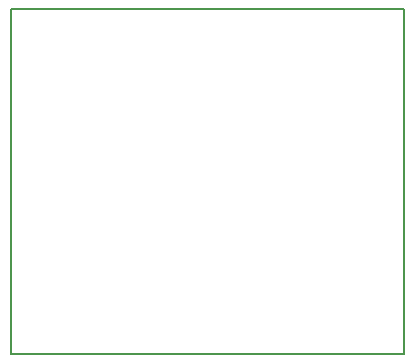
<source format=gbr>
G04 (created by PCBNEW (2013-07-24 BZR 4024)-stable) date Tue 11 Feb 2014 04:10:02 PM NZDT*
%MOIN*%
G04 Gerber Fmt 3.4, Leading zero omitted, Abs format*
%FSLAX34Y34*%
G01*
G70*
G90*
G04 APERTURE LIST*
%ADD10C,0.00393701*%
%ADD11C,0.00590551*%
G04 APERTURE END LIST*
G54D10*
G54D11*
X11300Y-23500D02*
X11300Y-12000D01*
X24400Y-23500D02*
X11300Y-23500D01*
X24400Y-12000D02*
X24400Y-23500D01*
X11300Y-12000D02*
X24400Y-12000D01*
M02*

</source>
